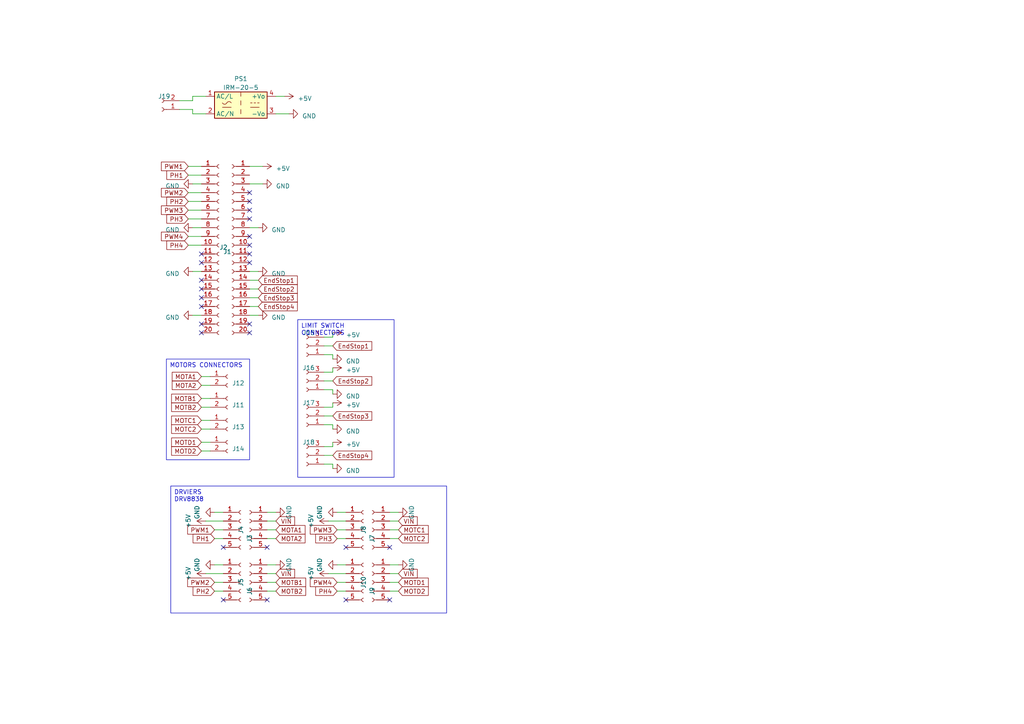
<source format=kicad_sch>
(kicad_sch (version 20230121) (generator eeschema)
  (paper "A4")
  (lib_symbols
    (symbol "Connector:Conn_01x02_Socket" (pin_names (offset 1.016) hide)
      (property "Reference" "J" (at 0 2.54 0))
      (property "Value" "Conn_01x02_Socket" (at 0 -5.08 0))
      (symbol "Conn_01x02_Socket_1_1"
        (arc (start 0 -2.032) (mid -0.5058 -2.54) (end 0 -3.048) (stroke (width 0.1524)))
        (polyline (pts (xy -1.27 -2.54) (xy -0.508 -2.54)) (stroke (width 0.1524)))
        (polyline (pts (xy -1.27 0) (xy -0.508 0)) (stroke (width 0.1524)))
        (arc (start 0 0.508) (mid -0.5058 0) (end 0 -0.508) (stroke (width 0.1524)))
        (pin passive line (at -5.08 0 0) (length 3.81) (name "Pin_1") (number "1"))
        (pin passive line (at -5.08 -2.54 0) (length 3.81) (name "Pin_2") (number "2"))
      )
    )
    (symbol "Connector:Conn_01x03_Socket" (pin_names (offset 1.016) hide)
      (property "Reference" "J" (at 0 5.08 0))
      (property "Value" "Conn_01x03_Socket" (at 0 -5.08 0))
      (symbol "Conn_01x03_Socket_1_1"
        (arc (start 0 -2.032) (mid -0.5058 -2.54) (end 0 -3.048) (stroke (width 0.1524)))
        (polyline (pts (xy -1.27 -2.54) (xy -0.508 -2.54)) (stroke (width 0.1524)))
        (polyline (pts (xy -1.27 0) (xy -0.508 0)) (stroke (width 0.1524)))
        (polyline (pts (xy -1.27 2.54) (xy -0.508 2.54)) (stroke (width 0.1524)))
        (arc (start 0 0.508) (mid -0.5058 0) (end 0 -0.508) (stroke (width 0.1524)))
        (arc (start 0 3.048) (mid -0.5058 2.54) (end 0 2.032) (stroke (width 0.1524)))
        (pin passive line (at -5.08 2.54 0) (length 3.81) (name "Pin_1") (number "1"))
        (pin passive line (at -5.08 0 0) (length 3.81) (name "Pin_2") (number "2"))
        (pin passive line (at -5.08 -2.54 0) (length 3.81) (name "Pin_3") (number "3"))
      )
    )
    (symbol "Connector:Conn_01x05_Socket" (pin_names (offset 1.016) hide)
      (property "Reference" "J" (at 0 7.62 0))
      (property "Value" "Conn_01x05_Socket" (at 0 -7.62 0))
      (symbol "Conn_01x05_Socket_1_1"
        (arc (start 0 -4.572) (mid -0.5058 -5.08) (end 0 -5.588) (stroke (width 0.1524)))
        (arc (start 0 -2.032) (mid -0.5058 -2.54) (end 0 -3.048) (stroke (width 0.1524)))
        (polyline (pts (xy -1.27 -5.08) (xy -0.508 -5.08)) (stroke (width 0.1524)))
        (polyline (pts (xy -1.27 -2.54) (xy -0.508 -2.54)) (stroke (width 0.1524)))
        (polyline (pts (xy -1.27 0) (xy -0.508 0)) (stroke (width 0.1524)))
        (polyline (pts (xy -1.27 2.54) (xy -0.508 2.54)) (stroke (width 0.1524)))
        (polyline (pts (xy -1.27 5.08) (xy -0.508 5.08)) (stroke (width 0.1524)))
        (arc (start 0 0.508) (mid -0.5058 0) (end 0 -0.508) (stroke (width 0.1524)))
        (arc (start 0 3.048) (mid -0.5058 2.54) (end 0 2.032) (stroke (width 0.1524)))
        (arc (start 0 5.588) (mid -0.5058 5.08) (end 0 4.572) (stroke (width 0.1524)))
        (pin passive line (at -5.08 5.08 0) (length 3.81) (name "Pin_1") (number "1"))
        (pin passive line (at -5.08 2.54 0) (length 3.81) (name "Pin_2") (number "2"))
        (pin passive line (at -5.08 0 0) (length 3.81) (name "Pin_3") (number "3"))
        (pin passive line (at -5.08 -2.54 0) (length 3.81) (name "Pin_4") (number "4"))
        (pin passive line (at -5.08 -5.08 0) (length 3.81) (name "Pin_5") (number "5"))
      )
    )
    (symbol "Connector:Conn_01x20_Socket" (pin_names (offset 1.016) hide)
      (property "Reference" "J" (at 0 25.4 0))
      (property "Value" "Conn_01x20_Socket" (at 0 -27.94 0))
      (symbol "Conn_01x20_Socket_1_1"
        (arc (start 0 -24.892) (mid -0.5058 -25.4) (end 0 -25.908) (stroke (width 0.1524)))
        (arc (start 0 -22.352) (mid -0.5058 -22.86) (end 0 -23.368) (stroke (width 0.1524)))
        (arc (start 0 -19.812) (mid -0.5058 -20.32) (end 0 -20.828) (stroke (width 0.1524)))
        (arc (start 0 -17.272) (mid -0.5058 -17.78) (end 0 -18.288) (stroke (width 0.1524)))
        (arc (start 0 -14.732) (mid -0.5058 -15.24) (end 0 -15.748) (stroke (width 0.1524)))
        (arc (start 0 -12.192) (mid -0.5058 -12.7) (end 0 -13.208) (stroke (width 0.1524)))
        (arc (start 0 -9.652) (mid -0.5058 -10.16) (end 0 -10.668) (stroke (width 0.1524)))
        (arc (start 0 -7.112) (mid -0.5058 -7.62) (end 0 -8.128) (stroke (width 0.1524)))
        (arc (start 0 -4.572) (mid -0.5058 -5.08) (end 0 -5.588) (stroke (width 0.1524)))
        (arc (start 0 -2.032) (mid -0.5058 -2.54) (end 0 -3.048) (stroke (width 0.1524)))
        (polyline (pts (xy -1.27 -25.4) (xy -0.508 -25.4)) (stroke (width 0.1524)))
        (polyline (pts (xy -1.27 -22.86) (xy -0.508 -22.86)) (stroke (width 0.1524)))
        (polyline (pts (xy -1.27 -20.32) (xy -0.508 -20.32)) (stroke (width 0.1524)))
        (polyline (pts (xy -1.27 -17.78) (xy -0.508 -17.78)) (stroke (width 0.1524)))
        (polyline (pts (xy -1.27 -15.24) (xy -0.508 -15.24)) (stroke (width 0.1524)))
        (polyline (pts (xy -1.27 -12.7) (xy -0.508 -12.7)) (stroke (width 0.1524)))
        (polyline (pts (xy -1.27 -10.16) (xy -0.508 -10.16)) (stroke (width 0.1524)))
        (polyline (pts (xy -1.27 -7.62) (xy -0.508 -7.62)) (stroke (width 0.1524)))
        (polyline (pts (xy -1.27 -5.08) (xy -0.508 -5.08)) (stroke (width 0.1524)))
        (polyline (pts (xy -1.27 -2.54) (xy -0.508 -2.54)) (stroke (width 0.1524)))
        (polyline (pts (xy -1.27 0) (xy -0.508 0)) (stroke (width 0.1524)))
        (polyline (pts (xy -1.27 2.54) (xy -0.508 2.54)) (stroke (width 0.1524)))
        (polyline (pts (xy -1.27 5.08) (xy -0.508 5.08)) (stroke (width 0.1524)))
        (polyline (pts (xy -1.27 7.62) (xy -0.508 7.62)) (stroke (width 0.1524)))
        (polyline (pts (xy -1.27 10.16) (xy -0.508 10.16)) (stroke (width 0.1524)))
        (polyline (pts (xy -1.27 12.7) (xy -0.508 12.7)) (stroke (width 0.1524)))
        (polyline (pts (xy -1.27 15.24) (xy -0.508 15.24)) (stroke (width 0.1524)))
        (polyline (pts (xy -1.27 17.78) (xy -0.508 17.78)) (stroke (width 0.1524)))
        (polyline (pts (xy -1.27 20.32) (xy -0.508 20.32)) (stroke (width 0.1524)))
        (polyline (pts (xy -1.27 22.86) (xy -0.508 22.86)) (stroke (width 0.1524)))
        (arc (start 0 0.508) (mid -0.5058 0) (end 0 -0.508) (stroke (width 0.1524)))
        (arc (start 0 3.048) (mid -0.5058 2.54) (end 0 2.032) (stroke (width 0.1524)))
        (arc (start 0 5.588) (mid -0.5058 5.08) (end 0 4.572) (stroke (width 0.1524)))
        (arc (start 0 8.128) (mid -0.5058 7.62) (end 0 7.112) (stroke (width 0.1524)))
        (arc (start 0 10.668) (mid -0.5058 10.16) (end 0 9.652) (stroke (width 0.1524)))
        (arc (start 0 13.208) (mid -0.5058 12.7) (end 0 12.192) (stroke (width 0.1524)))
        (arc (start 0 15.748) (mid -0.5058 15.24) (end 0 14.732) (stroke (width 0.1524)))
        (arc (start 0 18.288) (mid -0.5058 17.78) (end 0 17.272) (stroke (width 0.1524)))
        (arc (start 0 20.828) (mid -0.5058 20.32) (end 0 19.812) (stroke (width 0.1524)))
        (arc (start 0 23.368) (mid -0.5058 22.86) (end 0 22.352) (stroke (width 0.1524)))
        (pin passive line (at -5.08 22.86 0) (length 3.81) (name "Pin_1") (number "1"))
        (pin passive line (at -5.08 0 0) (length 3.81) (name "Pin_10") (number "10"))
        (pin passive line (at -5.08 -2.54 0) (length 3.81) (name "Pin_11") (number "11"))
        (pin passive line (at -5.08 -5.08 0) (length 3.81) (name "Pin_12") (number "12"))
        (pin passive line (at -5.08 -7.62 0) (length 3.81) (name "Pin_13") (number "13"))
        (pin passive line (at -5.08 -10.16 0) (length 3.81) (name "Pin_14") (number "14"))
        (pin passive line (at -5.08 -12.7 0) (length 3.81) (name "Pin_15") (number "15"))
        (pin passive line (at -5.08 -15.24 0) (length 3.81) (name "Pin_16") (number "16"))
        (pin passive line (at -5.08 -17.78 0) (length 3.81) (name "Pin_17") (number "17"))
        (pin passive line (at -5.08 -20.32 0) (length 3.81) (name "Pin_18") (number "18"))
        (pin passive line (at -5.08 -22.86 0) (length 3.81) (name "Pin_19") (number "19"))
        (pin passive line (at -5.08 20.32 0) (length 3.81) (name "Pin_2") (number "2"))
        (pin passive line (at -5.08 -25.4 0) (length 3.81) (name "Pin_20") (number "20"))
        (pin passive line (at -5.08 17.78 0) (length 3.81) (name "Pin_3") (number "3"))
        (pin passive line (at -5.08 15.24 0) (length 3.81) (name "Pin_4") (number "4"))
        (pin passive line (at -5.08 12.7 0) (length 3.81) (name "Pin_5") (number "5"))
        (pin passive line (at -5.08 10.16 0) (length 3.81) (name "Pin_6") (number "6"))
        (pin passive line (at -5.08 7.62 0) (length 3.81) (name "Pin_7") (number "7"))
        (pin passive line (at -5.08 5.08 0) (length 3.81) (name "Pin_8") (number "8"))
        (pin passive line (at -5.08 2.54 0) (length 3.81) (name "Pin_9") (number "9"))
      )
    )
    (symbol "Converter_ACDC:IRM-20-5"
      (property "Reference" "PS" (at 0 5.08 0))
      (property "Value" "IRM-20-5" (at 0 -5.08 0))
      (symbol "IRM-20-5_0_1"
        (rectangle (start -7.62 3.81) (end 7.62 -3.81) (stroke (width 0.254)) (fill (type background)))
        (arc (start -5.334 0.635) (mid -4.699 0.2495) (end -4.064 0.635))
        (arc (start -2.794 0.635) (mid -3.429 1.0072) (end -4.064 0.635))
        (polyline (pts (xy -5.334 -0.635) (xy -2.794 -0.635)))
        (polyline (pts (xy 0 -1.27) (xy 0 -2.54)))
        (polyline (pts (xy 0 1.27) (xy 0 0)))
        (polyline (pts (xy 0 3.81) (xy 0 2.54)))
        (polyline (pts (xy 2.794 -0.635) (xy 5.334 -0.635)))
        (polyline (pts (xy 2.794 0.635) (xy 3.302 0.635)))
        (polyline (pts (xy 3.81 0.635) (xy 4.318 0.635)))
        (polyline (pts (xy 4.826 0.635) (xy 5.334 0.635)))
      )
      (symbol "IRM-20-5_1_1"
        (pin power_in line (at -10.16 2.54 0) (length 2.54) (name "AC/L") (number "1"))
        (pin power_in line (at -10.16 -2.54 0) (length 2.54) (name "AC/N") (number "2"))
        (pin power_out line (at 10.16 -2.54 180) (length 2.54) (name "-Vo") (number "3"))
        (pin power_out line (at 10.16 2.54 180) (length 2.54) (name "+Vo") (number "4"))
      )
    )
    (symbol "power:+5V" (power) (pin_names (offset 0))
      (property "Value" "+5V" (at 0 3.556 0))
      (symbol "+5V_0_1"
        (polyline (pts (xy -0.762 1.27) (xy 0 2.54)))
        (polyline (pts (xy 0 0) (xy 0 2.54)))
        (polyline (pts (xy 0 2.54) (xy 0.762 1.27)))
      )
      (symbol "+5V_1_1"
        (pin power_in line (at 0 0 90) (length 0) hide (name "+5V") (number "1"))
      )
    )
    (symbol "power:GND" (power) (pin_names (offset 0))
      (property "Value" "GND" (at 0 -3.81 0))
      (symbol "GND_0_1"
        (polyline (pts (xy 0 0) (xy 0 -1.27) (xy 1.27 -1.27) (xy 0 -2.54) (xy -1.27 -1.27) (xy 0 -1.27)))
      )
      (symbol "GND_1_1"
        (pin power_in line (at 0 0 270) (length 0) hide (name "GND") (number "1"))
      )
    )
  )
  (no_connect (at 58.42 83.82))
  (no_connect (at 113.03 173.99))
  (no_connect (at 72.39 73.66))
  (no_connect (at 58.42 93.98))
  (no_connect (at 77.47 158.75))
  (no_connect (at 58.42 73.66))
  (no_connect (at 72.39 63.5))
  (no_connect (at 58.42 76.2))
  (no_connect (at 72.39 55.88))
  (no_connect (at 72.39 68.58))
  (no_connect (at 72.39 58.42))
  (no_connect (at 72.39 76.2))
  (no_connect (at 64.77 173.99))
  (no_connect (at 100.33 158.75))
  (no_connect (at 58.42 81.28))
  (no_connect (at 58.42 96.52))
  (no_connect (at 72.39 93.98))
  (no_connect (at 64.77 158.75))
  (no_connect (at 72.39 96.52))
  (no_connect (at 113.03 158.75))
  (no_connect (at 58.42 86.36))
  (no_connect (at 72.39 60.96))
  (no_connect (at 77.47 173.99))
  (no_connect (at 58.42 88.9))
  (no_connect (at 100.33 173.99))
  (no_connect (at 72.39 71.12))
  (wire (pts (xy 54.61 68.58) (xy 58.42 68.58)))
  (wire (pts (xy 96.52 123.19) (xy 96.52 124.46)))
  (wire (pts (xy 58.42 118.11) (xy 60.96 118.11)))
  (wire (pts (xy 80.01 166.37) (xy 77.47 166.37)))
  (wire (pts (xy 72.39 83.82) (xy 74.93 83.82)))
  (wire (pts (xy 64.77 168.91) (xy 62.23 168.91)))
  (wire (pts (xy 54.61 71.12) (xy 58.42 71.12)))
  (wire (pts (xy 115.57 153.67) (xy 113.03 153.67)))
  (wire (pts (xy 115.57 148.59) (xy 113.03 148.59)))
  (wire (pts (xy 64.77 171.45) (xy 62.23 171.45)))
  (wire (pts (xy 80.01 33.02) (xy 83.82 33.02)))
  (wire (pts (xy 96.52 113.03) (xy 96.52 114.3)))
  (wire (pts (xy 93.98 120.65) (xy 96.52 120.65)))
  (wire (pts (xy 96.52 97.79) (xy 96.52 96.52)))
  (wire (pts (xy 54.61 63.5) (xy 58.42 63.5)))
  (wire (pts (xy 80.01 148.59) (xy 77.47 148.59)))
  (wire (pts (xy 96.52 129.54) (xy 96.52 128.27)))
  (wire (pts (xy 64.77 156.21) (xy 62.23 156.21)))
  (wire (pts (xy 55.88 29.21) (xy 55.88 27.94)))
  (wire (pts (xy 96.52 107.95) (xy 96.52 106.68)))
  (wire (pts (xy 55.88 66.04) (xy 58.42 66.04)))
  (wire (pts (xy 80.01 156.21) (xy 77.47 156.21)))
  (wire (pts (xy 54.61 60.96) (xy 58.42 60.96)))
  (wire (pts (xy 115.57 171.45) (xy 113.03 171.45)))
  (wire (pts (xy 80.01 153.67) (xy 77.47 153.67)))
  (wire (pts (xy 55.88 31.75) (xy 55.88 33.02)))
  (wire (pts (xy 64.77 151.13) (xy 59.69 151.13)))
  (wire (pts (xy 93.98 123.19) (xy 96.52 123.19)))
  (wire (pts (xy 72.39 53.34) (xy 76.2 53.34)))
  (wire (pts (xy 64.77 153.67) (xy 62.23 153.67)))
  (wire (pts (xy 93.98 97.79) (xy 96.52 97.79)))
  (wire (pts (xy 93.98 102.87) (xy 96.52 102.87)))
  (wire (pts (xy 100.33 156.21) (xy 97.79 156.21)))
  (wire (pts (xy 93.98 132.08) (xy 96.52 132.08)))
  (wire (pts (xy 80.01 163.83) (xy 77.47 163.83)))
  (wire (pts (xy 54.61 58.42) (xy 58.42 58.42)))
  (wire (pts (xy 80.01 171.45) (xy 77.47 171.45)))
  (wire (pts (xy 55.88 53.34) (xy 58.42 53.34)))
  (wire (pts (xy 100.33 151.13) (xy 95.25 151.13)))
  (wire (pts (xy 54.61 48.26) (xy 58.42 48.26)))
  (wire (pts (xy 96.52 102.87) (xy 96.52 104.14)))
  (wire (pts (xy 80.01 27.94) (xy 82.55 27.94)))
  (wire (pts (xy 100.33 163.83) (xy 97.79 163.83)))
  (wire (pts (xy 100.33 171.45) (xy 97.79 171.45)))
  (wire (pts (xy 72.39 88.9) (xy 74.93 88.9)))
  (wire (pts (xy 96.52 134.62) (xy 96.52 135.89)))
  (wire (pts (xy 58.42 121.92) (xy 60.96 121.92)))
  (wire (pts (xy 93.98 110.49) (xy 96.52 110.49)))
  (wire (pts (xy 100.33 166.37) (xy 95.25 166.37)))
  (wire (pts (xy 93.98 129.54) (xy 96.52 129.54)))
  (wire (pts (xy 58.42 111.76) (xy 60.96 111.76)))
  (wire (pts (xy 55.88 27.94) (xy 59.69 27.94)))
  (wire (pts (xy 80.01 151.13) (xy 77.47 151.13)))
  (wire (pts (xy 115.57 156.21) (xy 113.03 156.21)))
  (wire (pts (xy 72.39 48.26) (xy 76.2 48.26)))
  (wire (pts (xy 115.57 166.37) (xy 113.03 166.37)))
  (wire (pts (xy 58.42 109.22) (xy 60.96 109.22)))
  (wire (pts (xy 72.39 81.28) (xy 74.93 81.28)))
  (wire (pts (xy 100.33 168.91) (xy 97.79 168.91)))
  (wire (pts (xy 93.98 107.95) (xy 96.52 107.95)))
  (wire (pts (xy 100.33 153.67) (xy 97.79 153.67)))
  (wire (pts (xy 52.07 31.75) (xy 55.88 31.75)))
  (wire (pts (xy 72.39 66.04) (xy 74.93 66.04)))
  (wire (pts (xy 55.88 33.02) (xy 59.69 33.02)))
  (wire (pts (xy 115.57 163.83) (xy 113.03 163.83)))
  (wire (pts (xy 58.42 124.46) (xy 60.96 124.46)))
  (wire (pts (xy 64.77 166.37) (xy 59.69 166.37)))
  (wire (pts (xy 58.42 130.81) (xy 60.96 130.81)))
  (wire (pts (xy 93.98 134.62) (xy 96.52 134.62)))
  (wire (pts (xy 64.77 148.59) (xy 62.23 148.59)))
  (wire (pts (xy 80.01 168.91) (xy 77.47 168.91)))
  (wire (pts (xy 93.98 113.03) (xy 96.52 113.03)))
  (wire (pts (xy 72.39 86.36) (xy 74.93 86.36)))
  (wire (pts (xy 72.39 78.74) (xy 74.93 78.74)))
  (wire (pts (xy 72.39 91.44) (xy 74.93 91.44)))
  (wire (pts (xy 64.77 163.83) (xy 62.23 163.83)))
  (wire (pts (xy 100.33 148.59) (xy 97.79 148.59)))
  (wire (pts (xy 96.52 118.11) (xy 96.52 116.84)))
  (wire (pts (xy 52.07 29.21) (xy 55.88 29.21)))
  (wire (pts (xy 93.98 118.11) (xy 96.52 118.11)))
  (wire (pts (xy 115.57 151.13) (xy 113.03 151.13)))
  (wire (pts (xy 93.98 100.33) (xy 96.52 100.33)))
  (wire (pts (xy 115.57 168.91) (xy 113.03 168.91)))
  (wire (pts (xy 58.42 128.27) (xy 60.96 128.27)))
  (wire (pts (xy 58.42 115.57) (xy 60.96 115.57)))
  (wire (pts (xy 54.61 50.8) (xy 58.42 50.8)))
  (wire (pts (xy 55.88 91.44) (xy 58.42 91.44)))
  (wire (pts (xy 54.61 55.88) (xy 58.42 55.88)))
  (wire (pts (xy 55.88 78.74) (xy 58.42 78.74)))
  (text_box "MOTORS CONNECTORS" (at 48.26 104.14 0) (size 24.13 29.21) (effects (font (size 1.27 1.27)) (justify left top)))
  (text_box "LIMIT SWITCH CONNECTORS" (at 86.36 92.71 0) (size 27.94 45.72) (effects (font (size 1.27 1.27)) (justify left top)))
  (text_box "DRVIERS\nDRV8838\n" (at 49.53 140.97 0) (size 80.01 36.83) (effects (font (size 1.27 1.27)) (justify left top)))
  (global_label "PWM4" (shape input) (at 54.61 68.58 180) (property "Intersheetrefs" "${INTERSHEET_REFS}" (effects hide)))
  (global_label "MOTC2" (shape input) (at 115.57 156.21 0) (property "Intersheetrefs" "${INTERSHEET_REFS}" (effects hide)))
  (global_label "PH1" (shape input) (at 54.61 50.8 180) (property "Intersheetrefs" "${INTERSHEET_REFS}" (effects hide)))
  (global_label "MOTC1" (shape input) (at 58.42 121.92 180) (property "Intersheetrefs" "${INTERSHEET_REFS}" (effects hide)))
  (global_label "MOTD2" (shape input) (at 58.42 130.81 180) (property "Intersheetrefs" "${INTERSHEET_REFS}" (effects hide)))
  (global_label "PH4" (shape input) (at 54.61 71.12 180) (property "Intersheetrefs" "${INTERSHEET_REFS}" (effects hide)))
  (global_label "EndStop2" (shape input) (at 74.93 83.82 0) (property "Intersheetrefs" "${INTERSHEET_REFS}" (effects hide)))
  (global_label "EndStop1" (shape input) (at 74.93 81.28 0) (property "Intersheetrefs" "${INTERSHEET_REFS}" (effects hide)))
  (global_label "PH1" (shape input) (at 62.23 156.21 180) (property "Intersheetrefs" "${INTERSHEET_REFS}" (effects hide)))
  (global_label "VIN" (shape input) (at 115.57 151.13 0) (property "Intersheetrefs" "${INTERSHEET_REFS}" (effects hide)))
  (global_label "MOTD2" (shape input) (at 115.57 171.45 0) (property "Intersheetrefs" "${INTERSHEET_REFS}" (effects hide)))
  (global_label "EndStop2" (shape input) (at 96.52 110.49 0) (property "Intersheetrefs" "${INTERSHEET_REFS}" (effects hide)))
  (global_label "PH4" (shape input) (at 97.79 171.45 180) (property "Intersheetrefs" "${INTERSHEET_REFS}" (effects hide)))
  (global_label "VIN" (shape input) (at 115.57 166.37 0) (property "Intersheetrefs" "${INTERSHEET_REFS}" (effects hide)))
  (global_label "PWM1" (shape input) (at 62.23 153.67 180) (property "Intersheetrefs" "${INTERSHEET_REFS}" (effects hide)))
  (global_label "EndStop3" (shape input) (at 96.52 120.65 0) (property "Intersheetrefs" "${INTERSHEET_REFS}" (effects hide)))
  (global_label "VIN" (shape input) (at 80.01 151.13 0) (property "Intersheetrefs" "${INTERSHEET_REFS}" (effects hide)))
  (global_label "PWM2" (shape input) (at 62.23 168.91 180) (property "Intersheetrefs" "${INTERSHEET_REFS}" (effects hide)))
  (global_label "PH3" (shape input) (at 54.61 63.5 180) (property "Intersheetrefs" "${INTERSHEET_REFS}" (effects hide)))
  (global_label "EndStop4" (shape input) (at 96.52 132.08 0) (property "Intersheetrefs" "${INTERSHEET_REFS}" (effects hide)))
  (global_label "MOTA1" (shape input) (at 58.42 109.22 180) (property "Intersheetrefs" "${INTERSHEET_REFS}" (effects hide)))
  (global_label "PH3" (shape input) (at 97.79 156.21 180) (property "Intersheetrefs" "${INTERSHEET_REFS}" (effects hide)))
  (global_label "MOTB1" (shape input) (at 58.42 115.57 180) (property "Intersheetrefs" "${INTERSHEET_REFS}" (effects hide)))
  (global_label "MOTA2" (shape input) (at 80.01 156.21 0) (property "Intersheetrefs" "${INTERSHEET_REFS}" (effects hide)))
  (global_label "EndStop1" (shape input) (at 96.52 100.33 0) (property "Intersheetrefs" "${INTERSHEET_REFS}" (effects hide)))
  (global_label "PWM3" (shape input) (at 97.79 153.67 180) (property "Intersheetrefs" "${INTERSHEET_REFS}" (effects hide)))
  (global_label "MOTD1" (shape input) (at 115.57 168.91 0) (property "Intersheetrefs" "${INTERSHEET_REFS}" (effects hide)))
  (global_label "MOTD1" (shape input) (at 58.42 128.27 180) (property "Intersheetrefs" "${INTERSHEET_REFS}" (effects hide)))
  (global_label "PH2" (shape input) (at 62.23 171.45 180) (property "Intersheetrefs" "${INTERSHEET_REFS}" (effects hide)))
  (global_label "PWM3" (shape input) (at 54.61 60.96 180) (property "Intersheetrefs" "${INTERSHEET_REFS}" (effects hide)))
  (global_label "EndStop4" (shape input) (at 74.93 88.9 0) (property "Intersheetrefs" "${INTERSHEET_REFS}" (effects hide)))
  (global_label "PH2" (shape input) (at 54.61 58.42 180) (property "Intersheetrefs" "${INTERSHEET_REFS}" (effects hide)))
  (global_label "VIN" (shape input) (at 80.01 166.37 0) (property "Intersheetrefs" "${INTERSHEET_REFS}" (effects hide)))
  (global_label "PWM4" (shape input) (at 97.79 168.91 180) (property "Intersheetrefs" "${INTERSHEET_REFS}" (effects hide)))
  (global_label "EndStop3" (shape input) (at 74.93 86.36 0) (property "Intersheetrefs" "${INTERSHEET_REFS}" (effects hide)))
  (global_label "MOTC1" (shape input) (at 115.57 153.67 0) (property "Intersheetrefs" "${INTERSHEET_REFS}" (effects hide)))
  (global_label "PWM1" (shape input) (at 54.61 48.26 180) (property "Intersheetrefs" "${INTERSHEET_REFS}" (effects hide)))
  (global_label "PWM2" (shape input) (at 54.61 55.88 180) (property "Intersheetrefs" "${INTERSHEET_REFS}" (effects hide)))
  (global_label "MOTB2" (shape input) (at 58.42 118.11 180) (property "Intersheetrefs" "${INTERSHEET_REFS}" (effects hide)))
  (global_label "MOTC2" (shape input) (at 58.42 124.46 180) (property "Intersheetrefs" "${INTERSHEET_REFS}" (effects hide)))
  (global_label "MOTA1" (shape input) (at 80.01 153.67 0) (property "Intersheetrefs" "${INTERSHEET_REFS}" (effects hide)))
  (global_label "MOTA2" (shape input) (at 58.42 111.76 180) (property "Intersheetrefs" "${INTERSHEET_REFS}" (effects hide)))
  (global_label "MOTB2" (shape input) (at 80.01 171.45 0) (property "Intersheetrefs" "${INTERSHEET_REFS}" (effects hide)))
  (global_label "MOTB1" (shape input) (at 80.01 168.91 0) (property "Intersheetrefs" "${INTERSHEET_REFS}" (effects hide)))
  (symbol (lib_id "Connector:Conn_01x05_Socket") (at 72.39 153.67 0) (mirror y) (unit 1)
    (property "Reference" "J4" (at 69.85 153.67 90))
    (property "Value" "Conn_01x05_Socket" (effects hide))
    (property "Footprint" "Connector_PinHeader_2.54mm:PinHeader_1x05_P2.54mm_Vertical" (effects hide))
    (instances (project "mhk" (path "" (reference "J4") (unit 1)) (path "" (reference "J29") (unit 1))))
  )
  (symbol (lib_id "power:GND") (at 115.57 163.83 90) (unit 1)
    (property "Reference" "#PWR014" (effects hide))
    (property "Value" "GND" (at 119.38 163.83 0))
    (instances (project "mhk" (path "" (reference "#PWR014") (unit 1)) (path "" (reference "#PWR062") (unit 1))))
  )
  (symbol (lib_id "Connector:Conn_01x05_Socket") (at 69.85 168.91 0) (unit 1)
    (property "Reference" "J6" (at 72.39 171.45 90))
    (property "Value" "Conn_01x05_Socket" (effects hide))
    (property "Footprint" "Connector_PinHeader_2.54mm:PinHeader_1x05_P2.54mm_Vertical" (effects hide))
    (instances (project "mhk" (path "" (reference "J6") (unit 1)) (path "" (reference "J28") (unit 1))))
  )
  (symbol (lib_id "Connector:Conn_01x03_Socket") (at 88.9 132.08 180) (unit 1)
    (property "Reference" "J18" (at 89.535 128.27 0))
    (property "Value" "Conn_01x03_Socket" (effects hide))
    (property "Footprint" "Connector_Phoenix_MC:PhoenixContact_MCV_1,5_3-G-3.5_1x03_P3.50mm_Vertical" (effects hide))
    (instances (project "mhk" (path "" (reference "J18") (unit 1)) (path "" (reference "J34") (unit 1))))
  )
  (symbol (lib_id "power:+5V") (at 59.69 166.37 90) (unit 1)
    (property "Reference" "#PWR08" (effects hide))
    (property "Value" "+5V" (at 54.61 166.37 0))
    (instances (project "mhk" (path "" (reference "#PWR08") (unit 1)) (path "" (reference "#PWR037") (unit 1))))
  )
  (symbol (lib_id "power:+5V") (at 95.25 151.13 90) (unit 1)
    (property "Reference" "#PWR09" (effects hide))
    (property "Value" "+5V" (at 90.17 151.13 0))
    (instances (project "mhk" (path "" (reference "#PWR09") (unit 1)) (path "" (reference "#PWR049") (unit 1))))
  )
  (symbol (lib_id "power:GND") (at 80.01 148.59 90) (unit 1)
    (property "Reference" "#PWR03" (effects hide))
    (property "Value" "GND" (at 83.82 148.59 0))
    (instances (project "mhk" (path "" (reference "#PWR03") (unit 1)) (path "" (reference "#PWR045") (unit 1))))
  )
  (symbol (lib_id "power:GND") (at 55.88 66.04 270) (unit 1)
    (property "Reference" "#PWR024" (effects hide))
    (property "Value" "GND" (at 52.07 66.675 90) (effects (justify right)))
    (instances (project "mhk" (path "" (reference "#PWR024") (unit 1)) (path "" (reference "#PWR033") (unit 1))))
  )
  (symbol (lib_id "Connector:Conn_01x05_Socket") (at 105.41 153.67 0) (unit 1)
    (property "Reference" "J7" (at 107.95 156.21 90))
    (property "Value" "Conn_01x05_Socket" (effects hide))
    (property "Footprint" "Connector_PinHeader_2.54mm:PinHeader_1x05_P2.54mm_Vertical" (effects hide))
    (instances (project "mhk" (path "" (reference "J7") (unit 1)) (path "" (reference "J35") (unit 1))))
  )
  (symbol (lib_id "power:GND") (at 74.93 66.04 90) (unit 1)
    (property "Reference" "#PWR027" (effects hide))
    (property "Value" "GND" (at 78.74 66.675 90) (effects (justify right)))
    (instances (project "mhk" (path "" (reference "#PWR027") (unit 1)) (path "" (reference "#PWR040") (unit 1))))
  )
  (symbol (lib_id "power:GND") (at 55.88 78.74 270) (unit 1)
    (property "Reference" "#PWR025" (effects hide))
    (property "Value" "GND" (at 52.07 79.375 90) (effects (justify right)))
    (instances (project "mhk" (path "" (reference "#PWR025") (unit 1)) (path "" (reference "#PWR034") (unit 1))))
  )
  (symbol (lib_id "Connector:Conn_01x03_Socket") (at 88.9 120.65 180) (unit 1)
    (property "Reference" "J17" (at 89.535 116.84 0))
    (property "Value" "Conn_01x03_Socket" (effects hide))
    (property "Footprint" "Connector_Phoenix_MC:PhoenixContact_MCV_1,5_3-G-3.5_1x03_P3.50mm_Vertical" (effects hide))
    (instances (project "mhk" (path "" (reference "J17") (unit 1)) (path "" (reference "J33") (unit 1))))
  )
  (symbol (lib_id "power:+5V") (at 95.25 166.37 90) (unit 1)
    (property "Reference" "#PWR012" (effects hide))
    (property "Value" "+5V" (at 90.17 166.37 0))
    (instances (project "mhk" (path "" (reference "#PWR012") (unit 1)) (path "" (reference "#PWR050") (unit 1))))
  )
  (symbol (lib_id "power:GND") (at 76.2 53.34 90) (unit 1)
    (property "Reference" "#PWR05" (effects hide))
    (property "Value" "GND" (at 80.01 53.975 90) (effects (justify right)))
    (instances (project "mhk" (path "" (reference "#PWR05") (unit 1)) (path "" (reference "#PWR044") (unit 1))))
  )
  (symbol (lib_id "Connector:Conn_01x02_Socket") (at 66.04 109.22 0) (unit 1)
    (property "Reference" "J12" (at 67.31 111.125 0) (effects (justify left)))
    (property "Value" "Conn_01x02_Socket" (effects hide))
    (property "Footprint" "Connector_Phoenix_MC:PhoenixContact_MCV_1,5_2-G-3.5_1x02_P3.50mm_Vertical" (effects hide))
    (instances (project "mhk" (path "" (reference "J12") (unit 1)) (path "" (reference "J22") (unit 1))))
  )
  (symbol (lib_id "Connector:Conn_01x05_Socket") (at 69.85 153.67 0) (unit 1)
    (property "Reference" "J3" (at 72.39 156.21 90))
    (property "Value" "Conn_01x05_Socket" (effects hide))
    (property "Footprint" "Connector_PinHeader_2.54mm:PinHeader_1x05_P2.54mm_Vertical" (effects hide))
    (instances (project "mhk" (path "" (reference "J3") (unit 1)) (path "" (reference "J27") (unit 1))))
  )
  (symbol (lib_id "Connector:Conn_01x05_Socket") (at 105.41 168.91 0) (unit 1)
    (property "Reference" "J9" (at 107.95 171.45 90))
    (property "Value" "Conn_01x05_Socket" (effects hide))
    (property "Footprint" "Connector_PinHeader_2.54mm:PinHeader_1x05_P2.54mm_Vertical" (effects hide))
    (instances (project "mhk" (path "" (reference "J9") (unit 1)) (path "" (reference "J36") (unit 1))))
  )
  (symbol (lib_id "power:GND") (at 97.79 148.59 270) (unit 1)
    (property "Reference" "#PWR010" (effects hide))
    (property "Value" "GND" (at 92.71 148.59 0))
    (instances (project "mhk" (path "" (reference "#PWR010") (unit 1)) (path "" (reference "#PWR059") (unit 1))))
  )
  (symbol (lib_id "Connector:Conn_01x02_Socket") (at 66.04 121.92 0) (unit 1)
    (property "Reference" "J13" (at 67.31 123.825 0) (effects (justify left)))
    (property "Value" "Conn_01x02_Socket" (effects hide))
    (property "Footprint" "Connector_Phoenix_MC:PhoenixContact_MCV_1,5_2-G-3.5_1x02_P3.50mm_Vertical" (effects hide))
    (instances (project "mhk" (path "" (reference "J13") (unit 1)) (path "" (reference "J24") (unit 1))))
  )
  (symbol (lib_id "power:+5V") (at 82.55 27.94 270) (unit 1)
    (property "Reference" "#PWR030" (effects hide))
    (property "Value" "+5V" (at 86.36 28.575 90) (effects (justify left)))
    (instances (project "mhk" (path "" (reference "#PWR030") (unit 1)) (path "" (reference "#PWR047") (unit 1))))
  )
  (symbol (lib_id "Connector:Conn_01x02_Socket") (at 66.04 128.27 0) (unit 1)
    (property "Reference" "J14" (at 67.31 130.175 0) (effects (justify left)))
    (property "Value" "Conn_01x02_Socket" (effects hide))
    (property "Footprint" "Connector_Phoenix_MC:PhoenixContact_MCV_1,5_2-G-3.5_1x02_P3.50mm_Vertical" (effects hide))
    (instances (project "mhk" (path "" (reference "J14") (unit 1)) (path "" (reference "J25") (unit 1))))
  )
  (symbol (lib_id "Connector:Conn_01x05_Socket") (at 107.95 168.91 0) (mirror y) (unit 1)
    (property "Reference" "J10" (at 105.41 168.91 90))
    (property "Value" "Conn_01x05_Socket" (effects hide))
    (property "Footprint" "Connector_PinHeader_2.54mm:PinHeader_1x05_P2.54mm_Vertical" (effects hide))
    (instances (project "mhk" (path "" (reference "J10") (unit 1)) (path "" (reference "J38") (unit 1))))
  )
  (symbol (lib_id "power:+5V") (at 96.52 128.27 270) (unit 1)
    (property "Reference" "#PWR021" (effects hide))
    (property "Value" "+5V" (at 100.33 128.905 90) (effects (justify left)))
    (instances (project "mhk" (path "" (reference "#PWR021") (unit 1)) (path "" (reference "#PWR057") (unit 1))))
  )
  (symbol (lib_id "Converter_ACDC:IRM-20-5") (at 69.85 30.48 0) (unit 1)
    (property "Reference" "PS1" (at 69.85 22.86 0))
    (property "Value" "IRM-20-5" (at 69.85 25.4 0))
    (property "Footprint" "Converter_ACDC:Converter_ACDC_MeanWell_IRM-20-xx_THT" (effects hide))
    (property "Datasheet" "http://www.meanwell.com/Upload/PDF/IRM-20/IRM-20-SPEC.PDF" (effects hide))
    (instances (project "mhk" (path "" (reference "PS1") (unit 1)) (path "" (reference "PS2") (unit 1))))
  )
  (symbol (lib_id "power:+5V") (at 96.52 106.68 270) (unit 1)
    (property "Reference" "#PWR017" (effects hide))
    (property "Value" "+5V" (at 100.33 107.315 90) (effects (justify left)))
    (instances (project "mhk" (path "" (reference "#PWR017") (unit 1)) (path "" (reference "#PWR053") (unit 1))))
  )
  (symbol (lib_id "power:GND") (at 80.01 163.83 90) (unit 1)
    (property "Reference" "#PWR06" (effects hide))
    (property "Value" "GND" (at 83.82 163.83 0))
    (instances (project "mhk" (path "" (reference "#PWR06") (unit 1)) (path "" (reference "#PWR046") (unit 1))))
  )
  (symbol (lib_id "Connector:Conn_01x05_Socket") (at 72.39 168.91 0) (mirror y) (unit 1)
    (property "Reference" "J5" (at 69.85 168.91 90))
    (property "Value" "Conn_01x05_Socket" (effects hide))
    (property "Footprint" "Connector_PinHeader_2.54mm:PinHeader_1x05_P2.54mm_Vertical" (effects hide))
    (instances (project "mhk" (path "" (reference "J5") (unit 1)) (path "" (reference "J30") (unit 1))))
  )
  (symbol (lib_id "Connector:Conn_01x03_Socket") (at 88.9 100.33 180) (unit 1)
    (property "Reference" "J15" (at 89.535 96.52 0))
    (property "Value" "Conn_01x03_Socket" (effects hide))
    (property "Footprint" "Connector_Phoenix_MC:PhoenixContact_MCV_1,5_3-G-3.5_1x03_P3.50mm_Vertical" (effects hide))
    (instances (project "mhk" (path "" (reference "J15") (unit 1)) (path "" (reference "J31") (unit 1))))
  )
  (symbol (lib_id "power:GND") (at 115.57 148.59 90) (unit 1)
    (property "Reference" "#PWR011" (effects hide))
    (property "Value" "GND" (at 119.38 148.59 0))
    (instances (project "mhk" (path "" (reference "#PWR011") (unit 1)) (path "" (reference "#PWR061") (unit 1))))
  )
  (symbol (lib_id "Connector:Conn_01x02_Socket") (at 46.99 31.75 180) (unit 1)
    (property "Reference" "J19" (at 47.625 27.94 0))
    (property "Value" "Conn_01x02_Socket" (effects hide))
    (property "Footprint" "Connector_Phoenix_GMSTB:PhoenixContact_GMSTBVA_2,5_2-G-7,62_1x02_P7.62mm_Vertical" (effects hide))
    (instances (project "mhk" (path "" (reference "J19") (unit 1)) (path "" (reference "J20") (unit 1))))
  )
  (symbol (lib_id "power:GND") (at 74.93 78.74 90) (unit 1)
    (property "Reference" "#PWR028" (effects hide))
    (property "Value" "GND" (at 78.74 79.375 90) (effects (justify right)))
    (instances (project "mhk" (path "" (reference "#PWR028") (unit 1)) (path "" (reference "#PWR041") (unit 1))))
  )
  (symbol (lib_id "power:+5V") (at 96.52 116.84 270) (unit 1)
    (property "Reference" "#PWR019" (effects hide))
    (property "Value" "+5V" (at 100.33 117.475 90) (effects (justify left)))
    (instances (project "mhk" (path "" (reference "#PWR019") (unit 1)) (path "" (reference "#PWR055") (unit 1))))
  )
  (symbol (lib_id "power:GND") (at 62.23 163.83 270) (unit 1)
    (property "Reference" "#PWR07" (effects hide))
    (property "Value" "GND" (at 57.15 163.83 0))
    (instances (project "mhk" (path "" (reference "#PWR07") (unit 1)) (path "" (reference "#PWR039") (unit 1))))
  )
  (symbol (lib_id "Connector:Conn_01x03_Socket") (at 88.9 110.49 180) (unit 1)
    (property "Reference" "J16" (at 89.535 106.68 0))
    (property "Value" "Conn_01x03_Socket" (effects hide))
    (property "Footprint" "Connector_Phoenix_MC:PhoenixContact_MCV_1,5_3-G-3.5_1x03_P3.50mm_Vertical" (effects hide))
    (instances (project "mhk" (path "" (reference "J16") (unit 1)) (path "" (reference "J32") (unit 1))))
  )
  (symbol (lib_id "power:GND") (at 74.93 91.44 90) (unit 1)
    (property "Reference" "#PWR029" (effects hide))
    (property "Value" "GND" (at 78.74 92.075 90) (effects (justify right)))
    (instances (project "mhk" (path "" (reference "#PWR029") (unit 1)) (path "" (reference "#PWR042") (unit 1))))
  )
  (symbol (lib_id "power:GND") (at 55.88 91.44 270) (unit 1)
    (property "Reference" "#PWR026" (effects hide))
    (property "Value" "GND" (at 52.07 92.075 90) (effects (justify right)))
    (instances (project "mhk" (path "" (reference "#PWR026") (unit 1)) (path "" (reference "#PWR035") (unit 1))))
  )
  (symbol (lib_id "Connector:Conn_01x20_Socket") (at 63.5 71.12 0) (unit 1)
    (property "Reference" "J1" (at 64.77 73.025 0) (effects (justify left)))
    (property "Value" "Conn_01x20_Socket" (effects hide))
    (property "Footprint" "Connector_PinHeader_2.54mm:PinHeader_1x20_P2.54mm_Vertical" (effects hide))
    (instances (project "mhk" (path "" (reference "J1") (unit 1)) (path "" (reference "J21") (unit 1))))
  )
  (symbol (lib_id "power:+5V") (at 96.52 96.52 270) (unit 1)
    (property "Reference" "#PWR015" (effects hide))
    (property "Value" "+5V" (at 100.33 97.155 90) (effects (justify left)))
    (instances (project "mhk" (path "" (reference "#PWR015") (unit 1)) (path "" (reference "#PWR051") (unit 1))))
  )
  (symbol (lib_id "Connector:Conn_01x05_Socket") (at 107.95 153.67 0) (mirror y) (unit 1)
    (property "Reference" "J8" (at 105.41 153.67 90))
    (property "Value" "Conn_01x05_Socket" (effects hide))
    (property "Footprint" "Connector_PinHeader_2.54mm:PinHeader_1x05_P2.54mm_Vertical" (effects hide))
    (instances (project "mhk" (path "" (reference "J8") (unit 1)) (path "" (reference "J37") (unit 1))))
  )
  (symbol (lib_id "Connector:Conn_01x02_Socket") (at 66.04 115.57 0) (unit 1)
    (property "Reference" "J11" (at 67.31 117.475 0) (effects (justify left)))
    (property "Value" "Conn_01x02_Socket" (effects hide))
    (property "Footprint" "Connector_Phoenix_MC:PhoenixContact_MCV_1,5_2-G-3.5_1x02_P3.50mm_Vertical" (effects hide))
    (instances (project "mhk" (path "" (reference "J11") (unit 1)) (path "" (reference "J23") (unit 1))))
  )
  (symbol (lib_id "power:GND") (at 62.23 148.59 270) (unit 1)
    (property "Reference" "#PWR02" (effects hide))
    (property "Value" "GND" (at 57.15 148.59 0))
    (instances (project "mhk" (path "" (reference "#PWR02") (unit 1)) (path "" (reference "#PWR038") (unit 1))))
  )
  (symbol (lib_id "power:GND") (at 83.82 33.02 90) (unit 1)
    (property "Reference" "#PWR04" (effects hide))
    (property "Value" "GND" (at 87.63 33.655 90) (effects (justify right)))
    (instances (project "mhk" (path "" (reference "#PWR04") (unit 1)) (path "" (reference "#PWR048") (unit 1))))
  )
  (symbol (lib_id "Connector:Conn_01x20_Socket") (at 67.31 71.12 0) (mirror y) (unit 1)
    (property "Reference" "J2" (at 66.04 71.755 0) (effects (justify left)))
    (property "Value" "Conn_01x20_Socket" (effects hide))
    (property "Footprint" "Connector_PinHeader_2.54mm:PinHeader_1x20_P2.54mm_Vertical" (effects hide))
    (instances (project "mhk" (path "" (reference "J2") (unit 1)) (path "" (reference "J26") (unit 1))))
  )
  (symbol (lib_id "power:GND") (at 96.52 135.89 90) (unit 1)
    (property "Reference" "#PWR022" (effects hide))
    (property "Value" "GND" (at 100.33 136.525 90) (effects (justify right)))
    (instances (project "mhk" (path "" (reference "#PWR022") (unit 1)) (path "" (reference "#PWR058") (unit 1))))
  )
  (symbol (lib_id "power:GND") (at 96.52 124.46 90) (unit 1)
    (property "Reference" "#PWR020" (effects hide))
    (property "Value" "GND" (at 100.33 125.095 90) (effects (justify right)))
    (instances (project "mhk" (path "" (reference "#PWR020") (unit 1)) (path "" (reference "#PWR056") (unit 1))))
  )
  (symbol (lib_id "power:GND") (at 96.52 114.3 90) (unit 1)
    (property "Reference" "#PWR018" (effects hide))
    (property "Value" "GND" (at 100.33 114.935 90) (effects (justify right)))
    (instances (project "mhk" (path "" (reference "#PWR018") (unit 1)) (path "" (reference "#PWR054") (unit 1))))
  )
  (symbol (lib_id "power:+5V") (at 76.2 48.26 270) (unit 1)
    (property "Reference" "#PWR031" (effects hide))
    (property "Value" "+5V" (at 80.01 48.895 90) (effects (justify left)))
    (instances (project "mhk" (path "" (reference "#PWR031") (unit 1)) (path "" (reference "#PWR043") (unit 1))))
  )
  (symbol (lib_id "power:GND") (at 55.88 53.34 270) (unit 1)
    (property "Reference" "#PWR023" (effects hide))
    (property "Value" "GND" (at 52.07 53.975 90) (effects (justify right)))
    (instances (project "mhk" (path "" (reference "#PWR023") (unit 1)) (path "" (reference "#PWR032") (unit 1))))
  )
  (symbol (lib_id "power:GND") (at 97.79 163.83 270) (unit 1)
    (property "Reference" "#PWR013" (effects hide))
    (property "Value" "GND" (at 92.71 163.83 0))
    (instances (project "mhk" (path "" (reference "#PWR013") (unit 1)) (path "" (reference "#PWR060") (unit 1))))
  )
  (symbol (lib_id "power:+5V") (at 59.69 151.13 90) (unit 1)
    (property "Reference" "#PWR01" (effects hide))
    (property "Value" "+5V" (at 54.61 151.13 0))
    (instances (project "mhk" (path "" (reference "#PWR01") (unit 1)) (path "" (reference "#PWR036") (unit 1))))
  )
  (symbol (lib_id "power:GND") (at 96.52 104.14 90) (unit 1)
    (property "Reference" "#PWR016" (effects hide))
    (property "Value" "GND" (at 100.33 104.775 90) (effects (justify right)))
    (instances (project "mhk" (path "" (reference "#PWR016") (unit 1)) (path "" (reference "#PWR052") (unit 1))))
  )
)
</source>
